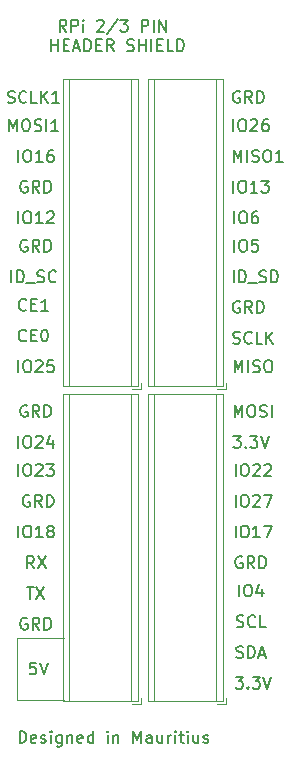
<source format=gbr>
G04 #@! TF.GenerationSoftware,KiCad,Pcbnew,(5.1.6)-1*
G04 #@! TF.CreationDate,2020-11-02T00:41:24+04:00*
G04 #@! TF.ProjectId,RPi3-screw-terminal-shiel,52506933-2d73-4637-9265-772d7465726d,rev?*
G04 #@! TF.SameCoordinates,Original*
G04 #@! TF.FileFunction,Legend,Top*
G04 #@! TF.FilePolarity,Positive*
%FSLAX46Y46*%
G04 Gerber Fmt 4.6, Leading zero omitted, Abs format (unit mm)*
G04 Created by KiCad (PCBNEW (5.1.6)-1) date 2020-11-02 00:41:24*
%MOMM*%
%LPD*%
G01*
G04 APERTURE LIST*
%ADD10C,0.150000*%
%ADD11C,0.120000*%
G04 APERTURE END LIST*
D10*
X95423809Y-97652380D02*
X95423809Y-96652380D01*
X95661904Y-96652380D01*
X95804761Y-96700000D01*
X95900000Y-96795238D01*
X95947619Y-96890476D01*
X95995238Y-97080952D01*
X95995238Y-97223809D01*
X95947619Y-97414285D01*
X95900000Y-97509523D01*
X95804761Y-97604761D01*
X95661904Y-97652380D01*
X95423809Y-97652380D01*
X96804761Y-97604761D02*
X96709523Y-97652380D01*
X96519047Y-97652380D01*
X96423809Y-97604761D01*
X96376190Y-97509523D01*
X96376190Y-97128571D01*
X96423809Y-97033333D01*
X96519047Y-96985714D01*
X96709523Y-96985714D01*
X96804761Y-97033333D01*
X96852380Y-97128571D01*
X96852380Y-97223809D01*
X96376190Y-97319047D01*
X97233333Y-97604761D02*
X97328571Y-97652380D01*
X97519047Y-97652380D01*
X97614285Y-97604761D01*
X97661904Y-97509523D01*
X97661904Y-97461904D01*
X97614285Y-97366666D01*
X97519047Y-97319047D01*
X97376190Y-97319047D01*
X97280952Y-97271428D01*
X97233333Y-97176190D01*
X97233333Y-97128571D01*
X97280952Y-97033333D01*
X97376190Y-96985714D01*
X97519047Y-96985714D01*
X97614285Y-97033333D01*
X98090476Y-97652380D02*
X98090476Y-96985714D01*
X98090476Y-96652380D02*
X98042857Y-96700000D01*
X98090476Y-96747619D01*
X98138095Y-96700000D01*
X98090476Y-96652380D01*
X98090476Y-96747619D01*
X98995238Y-96985714D02*
X98995238Y-97795238D01*
X98947619Y-97890476D01*
X98900000Y-97938095D01*
X98804761Y-97985714D01*
X98661904Y-97985714D01*
X98566666Y-97938095D01*
X98995238Y-97604761D02*
X98900000Y-97652380D01*
X98709523Y-97652380D01*
X98614285Y-97604761D01*
X98566666Y-97557142D01*
X98519047Y-97461904D01*
X98519047Y-97176190D01*
X98566666Y-97080952D01*
X98614285Y-97033333D01*
X98709523Y-96985714D01*
X98900000Y-96985714D01*
X98995238Y-97033333D01*
X99471428Y-96985714D02*
X99471428Y-97652380D01*
X99471428Y-97080952D02*
X99519047Y-97033333D01*
X99614285Y-96985714D01*
X99757142Y-96985714D01*
X99852380Y-97033333D01*
X99900000Y-97128571D01*
X99900000Y-97652380D01*
X100757142Y-97604761D02*
X100661904Y-97652380D01*
X100471428Y-97652380D01*
X100376190Y-97604761D01*
X100328571Y-97509523D01*
X100328571Y-97128571D01*
X100376190Y-97033333D01*
X100471428Y-96985714D01*
X100661904Y-96985714D01*
X100757142Y-97033333D01*
X100804761Y-97128571D01*
X100804761Y-97223809D01*
X100328571Y-97319047D01*
X101661904Y-97652380D02*
X101661904Y-96652380D01*
X101661904Y-97604761D02*
X101566666Y-97652380D01*
X101376190Y-97652380D01*
X101280952Y-97604761D01*
X101233333Y-97557142D01*
X101185714Y-97461904D01*
X101185714Y-97176190D01*
X101233333Y-97080952D01*
X101280952Y-97033333D01*
X101376190Y-96985714D01*
X101566666Y-96985714D01*
X101661904Y-97033333D01*
X102900000Y-97652380D02*
X102900000Y-96985714D01*
X102900000Y-96652380D02*
X102852380Y-96700000D01*
X102900000Y-96747619D01*
X102947619Y-96700000D01*
X102900000Y-96652380D01*
X102900000Y-96747619D01*
X103376190Y-96985714D02*
X103376190Y-97652380D01*
X103376190Y-97080952D02*
X103423809Y-97033333D01*
X103519047Y-96985714D01*
X103661904Y-96985714D01*
X103757142Y-97033333D01*
X103804761Y-97128571D01*
X103804761Y-97652380D01*
X105042857Y-97652380D02*
X105042857Y-96652380D01*
X105376190Y-97366666D01*
X105709523Y-96652380D01*
X105709523Y-97652380D01*
X106614285Y-97652380D02*
X106614285Y-97128571D01*
X106566666Y-97033333D01*
X106471428Y-96985714D01*
X106280952Y-96985714D01*
X106185714Y-97033333D01*
X106614285Y-97604761D02*
X106519047Y-97652380D01*
X106280952Y-97652380D01*
X106185714Y-97604761D01*
X106138095Y-97509523D01*
X106138095Y-97414285D01*
X106185714Y-97319047D01*
X106280952Y-97271428D01*
X106519047Y-97271428D01*
X106614285Y-97223809D01*
X107519047Y-96985714D02*
X107519047Y-97652380D01*
X107090476Y-96985714D02*
X107090476Y-97509523D01*
X107138095Y-97604761D01*
X107233333Y-97652380D01*
X107376190Y-97652380D01*
X107471428Y-97604761D01*
X107519047Y-97557142D01*
X107995238Y-97652380D02*
X107995238Y-96985714D01*
X107995238Y-97176190D02*
X108042857Y-97080952D01*
X108090476Y-97033333D01*
X108185714Y-96985714D01*
X108280952Y-96985714D01*
X108614285Y-97652380D02*
X108614285Y-96985714D01*
X108614285Y-96652380D02*
X108566666Y-96700000D01*
X108614285Y-96747619D01*
X108661904Y-96700000D01*
X108614285Y-96652380D01*
X108614285Y-96747619D01*
X108947619Y-96985714D02*
X109328571Y-96985714D01*
X109090476Y-96652380D02*
X109090476Y-97509523D01*
X109138095Y-97604761D01*
X109233333Y-97652380D01*
X109328571Y-97652380D01*
X109661904Y-97652380D02*
X109661904Y-96985714D01*
X109661904Y-96652380D02*
X109614285Y-96700000D01*
X109661904Y-96747619D01*
X109709523Y-96700000D01*
X109661904Y-96652380D01*
X109661904Y-96747619D01*
X110566666Y-96985714D02*
X110566666Y-97652380D01*
X110138095Y-96985714D02*
X110138095Y-97509523D01*
X110185714Y-97604761D01*
X110280952Y-97652380D01*
X110423809Y-97652380D01*
X110519047Y-97604761D01*
X110566666Y-97557142D01*
X110995238Y-97604761D02*
X111090476Y-97652380D01*
X111280952Y-97652380D01*
X111376190Y-97604761D01*
X111423809Y-97509523D01*
X111423809Y-97461904D01*
X111376190Y-97366666D01*
X111280952Y-97319047D01*
X111138095Y-97319047D01*
X111042857Y-97271428D01*
X110995238Y-97176190D01*
X110995238Y-97128571D01*
X111042857Y-97033333D01*
X111138095Y-96985714D01*
X111280952Y-96985714D01*
X111376190Y-97033333D01*
X95323809Y-80252380D02*
X95323809Y-79252380D01*
X95990476Y-79252380D02*
X96180952Y-79252380D01*
X96276190Y-79300000D01*
X96371428Y-79395238D01*
X96419047Y-79585714D01*
X96419047Y-79919047D01*
X96371428Y-80109523D01*
X96276190Y-80204761D01*
X96180952Y-80252380D01*
X95990476Y-80252380D01*
X95895238Y-80204761D01*
X95800000Y-80109523D01*
X95752380Y-79919047D01*
X95752380Y-79585714D01*
X95800000Y-79395238D01*
X95895238Y-79300000D01*
X95990476Y-79252380D01*
X97371428Y-80252380D02*
X96800000Y-80252380D01*
X97085714Y-80252380D02*
X97085714Y-79252380D01*
X96990476Y-79395238D01*
X96895238Y-79490476D01*
X96800000Y-79538095D01*
X97942857Y-79680952D02*
X97847619Y-79633333D01*
X97800000Y-79585714D01*
X97752380Y-79490476D01*
X97752380Y-79442857D01*
X97800000Y-79347619D01*
X97847619Y-79300000D01*
X97942857Y-79252380D01*
X98133333Y-79252380D01*
X98228571Y-79300000D01*
X98276190Y-79347619D01*
X98323809Y-79442857D01*
X98323809Y-79490476D01*
X98276190Y-79585714D01*
X98228571Y-79633333D01*
X98133333Y-79680952D01*
X97942857Y-79680952D01*
X97847619Y-79728571D01*
X97800000Y-79776190D01*
X97752380Y-79871428D01*
X97752380Y-80061904D01*
X97800000Y-80157142D01*
X97847619Y-80204761D01*
X97942857Y-80252380D01*
X98133333Y-80252380D01*
X98228571Y-80204761D01*
X98276190Y-80157142D01*
X98323809Y-80061904D01*
X98323809Y-79871428D01*
X98276190Y-79776190D01*
X98228571Y-79728571D01*
X98133333Y-79680952D01*
X95323809Y-53652380D02*
X95323809Y-52652380D01*
X95990476Y-52652380D02*
X96180952Y-52652380D01*
X96276190Y-52700000D01*
X96371428Y-52795238D01*
X96419047Y-52985714D01*
X96419047Y-53319047D01*
X96371428Y-53509523D01*
X96276190Y-53604761D01*
X96180952Y-53652380D01*
X95990476Y-53652380D01*
X95895238Y-53604761D01*
X95800000Y-53509523D01*
X95752380Y-53319047D01*
X95752380Y-52985714D01*
X95800000Y-52795238D01*
X95895238Y-52700000D01*
X95990476Y-52652380D01*
X97371428Y-53652380D02*
X96800000Y-53652380D01*
X97085714Y-53652380D02*
X97085714Y-52652380D01*
X96990476Y-52795238D01*
X96895238Y-52890476D01*
X96800000Y-52938095D01*
X97752380Y-52747619D02*
X97800000Y-52700000D01*
X97895238Y-52652380D01*
X98133333Y-52652380D01*
X98228571Y-52700000D01*
X98276190Y-52747619D01*
X98323809Y-52842857D01*
X98323809Y-52938095D01*
X98276190Y-53080952D01*
X97704761Y-53652380D01*
X98323809Y-53652380D01*
X94742857Y-58652380D02*
X94742857Y-57652380D01*
X95219047Y-58652380D02*
X95219047Y-57652380D01*
X95457142Y-57652380D01*
X95600000Y-57700000D01*
X95695238Y-57795238D01*
X95742857Y-57890476D01*
X95790476Y-58080952D01*
X95790476Y-58223809D01*
X95742857Y-58414285D01*
X95695238Y-58509523D01*
X95600000Y-58604761D01*
X95457142Y-58652380D01*
X95219047Y-58652380D01*
X95980952Y-58747619D02*
X96742857Y-58747619D01*
X96933333Y-58604761D02*
X97076190Y-58652380D01*
X97314285Y-58652380D01*
X97409523Y-58604761D01*
X97457142Y-58557142D01*
X97504761Y-58461904D01*
X97504761Y-58366666D01*
X97457142Y-58271428D01*
X97409523Y-58223809D01*
X97314285Y-58176190D01*
X97123809Y-58128571D01*
X97028571Y-58080952D01*
X96980952Y-58033333D01*
X96933333Y-57938095D01*
X96933333Y-57842857D01*
X96980952Y-57747619D01*
X97028571Y-57700000D01*
X97123809Y-57652380D01*
X97361904Y-57652380D01*
X97504761Y-57700000D01*
X98504761Y-58557142D02*
X98457142Y-58604761D01*
X98314285Y-58652380D01*
X98219047Y-58652380D01*
X98076190Y-58604761D01*
X97980952Y-58509523D01*
X97933333Y-58414285D01*
X97885714Y-58223809D01*
X97885714Y-58080952D01*
X97933333Y-57890476D01*
X97980952Y-57795238D01*
X98076190Y-57700000D01*
X98219047Y-57652380D01*
X98314285Y-57652380D01*
X98457142Y-57700000D01*
X98504761Y-57747619D01*
X113600000Y-56052380D02*
X113600000Y-55052380D01*
X114266666Y-55052380D02*
X114457142Y-55052380D01*
X114552380Y-55100000D01*
X114647619Y-55195238D01*
X114695238Y-55385714D01*
X114695238Y-55719047D01*
X114647619Y-55909523D01*
X114552380Y-56004761D01*
X114457142Y-56052380D01*
X114266666Y-56052380D01*
X114171428Y-56004761D01*
X114076190Y-55909523D01*
X114028571Y-55719047D01*
X114028571Y-55385714D01*
X114076190Y-55195238D01*
X114171428Y-55100000D01*
X114266666Y-55052380D01*
X115600000Y-55052380D02*
X115123809Y-55052380D01*
X115076190Y-55528571D01*
X115123809Y-55480952D01*
X115219047Y-55433333D01*
X115457142Y-55433333D01*
X115552380Y-55480952D01*
X115600000Y-55528571D01*
X115647619Y-55623809D01*
X115647619Y-55861904D01*
X115600000Y-55957142D01*
X115552380Y-56004761D01*
X115457142Y-56052380D01*
X115219047Y-56052380D01*
X115123809Y-56004761D01*
X115076190Y-55957142D01*
X113542857Y-58652380D02*
X113542857Y-57652380D01*
X114019047Y-58652380D02*
X114019047Y-57652380D01*
X114257142Y-57652380D01*
X114400000Y-57700000D01*
X114495238Y-57795238D01*
X114542857Y-57890476D01*
X114590476Y-58080952D01*
X114590476Y-58223809D01*
X114542857Y-58414285D01*
X114495238Y-58509523D01*
X114400000Y-58604761D01*
X114257142Y-58652380D01*
X114019047Y-58652380D01*
X114780952Y-58747619D02*
X115542857Y-58747619D01*
X115733333Y-58604761D02*
X115876190Y-58652380D01*
X116114285Y-58652380D01*
X116209523Y-58604761D01*
X116257142Y-58557142D01*
X116304761Y-58461904D01*
X116304761Y-58366666D01*
X116257142Y-58271428D01*
X116209523Y-58223809D01*
X116114285Y-58176190D01*
X115923809Y-58128571D01*
X115828571Y-58080952D01*
X115780952Y-58033333D01*
X115733333Y-57938095D01*
X115733333Y-57842857D01*
X115780952Y-57747619D01*
X115828571Y-57700000D01*
X115923809Y-57652380D01*
X116161904Y-57652380D01*
X116304761Y-57700000D01*
X116733333Y-58652380D02*
X116733333Y-57652380D01*
X116971428Y-57652380D01*
X117114285Y-57700000D01*
X117209523Y-57795238D01*
X117257142Y-57890476D01*
X117304761Y-58080952D01*
X117304761Y-58223809D01*
X117257142Y-58414285D01*
X117209523Y-58509523D01*
X117114285Y-58604761D01*
X116971428Y-58652380D01*
X116733333Y-58652380D01*
X113600000Y-53652380D02*
X113600000Y-52652380D01*
X114266666Y-52652380D02*
X114457142Y-52652380D01*
X114552380Y-52700000D01*
X114647619Y-52795238D01*
X114695238Y-52985714D01*
X114695238Y-53319047D01*
X114647619Y-53509523D01*
X114552380Y-53604761D01*
X114457142Y-53652380D01*
X114266666Y-53652380D01*
X114171428Y-53604761D01*
X114076190Y-53509523D01*
X114028571Y-53319047D01*
X114028571Y-52985714D01*
X114076190Y-52795238D01*
X114171428Y-52700000D01*
X114266666Y-52652380D01*
X115552380Y-52652380D02*
X115361904Y-52652380D01*
X115266666Y-52700000D01*
X115219047Y-52747619D01*
X115123809Y-52890476D01*
X115076190Y-53080952D01*
X115076190Y-53461904D01*
X115123809Y-53557142D01*
X115171428Y-53604761D01*
X115266666Y-53652380D01*
X115457142Y-53652380D01*
X115552380Y-53604761D01*
X115600000Y-53557142D01*
X115647619Y-53461904D01*
X115647619Y-53223809D01*
X115600000Y-53128571D01*
X115552380Y-53080952D01*
X115457142Y-53033333D01*
X115266666Y-53033333D01*
X115171428Y-53080952D01*
X115123809Y-53128571D01*
X115076190Y-53223809D01*
X113523809Y-51052380D02*
X113523809Y-50052380D01*
X114190476Y-50052380D02*
X114380952Y-50052380D01*
X114476190Y-50100000D01*
X114571428Y-50195238D01*
X114619047Y-50385714D01*
X114619047Y-50719047D01*
X114571428Y-50909523D01*
X114476190Y-51004761D01*
X114380952Y-51052380D01*
X114190476Y-51052380D01*
X114095238Y-51004761D01*
X114000000Y-50909523D01*
X113952380Y-50719047D01*
X113952380Y-50385714D01*
X114000000Y-50195238D01*
X114095238Y-50100000D01*
X114190476Y-50052380D01*
X115571428Y-51052380D02*
X115000000Y-51052380D01*
X115285714Y-51052380D02*
X115285714Y-50052380D01*
X115190476Y-50195238D01*
X115095238Y-50290476D01*
X115000000Y-50338095D01*
X115904761Y-50052380D02*
X116523809Y-50052380D01*
X116190476Y-50433333D01*
X116333333Y-50433333D01*
X116428571Y-50480952D01*
X116476190Y-50528571D01*
X116523809Y-50623809D01*
X116523809Y-50861904D01*
X116476190Y-50957142D01*
X116428571Y-51004761D01*
X116333333Y-51052380D01*
X116047619Y-51052380D01*
X115952380Y-51004761D01*
X115904761Y-50957142D01*
X113552380Y-48452380D02*
X113552380Y-47452380D01*
X113885714Y-48166666D01*
X114219047Y-47452380D01*
X114219047Y-48452380D01*
X114695238Y-48452380D02*
X114695238Y-47452380D01*
X115123809Y-48404761D02*
X115266666Y-48452380D01*
X115504761Y-48452380D01*
X115600000Y-48404761D01*
X115647619Y-48357142D01*
X115695238Y-48261904D01*
X115695238Y-48166666D01*
X115647619Y-48071428D01*
X115600000Y-48023809D01*
X115504761Y-47976190D01*
X115314285Y-47928571D01*
X115219047Y-47880952D01*
X115171428Y-47833333D01*
X115123809Y-47738095D01*
X115123809Y-47642857D01*
X115171428Y-47547619D01*
X115219047Y-47500000D01*
X115314285Y-47452380D01*
X115552380Y-47452380D01*
X115695238Y-47500000D01*
X116314285Y-47452380D02*
X116504761Y-47452380D01*
X116600000Y-47500000D01*
X116695238Y-47595238D01*
X116742857Y-47785714D01*
X116742857Y-48119047D01*
X116695238Y-48309523D01*
X116600000Y-48404761D01*
X116504761Y-48452380D01*
X116314285Y-48452380D01*
X116219047Y-48404761D01*
X116123809Y-48309523D01*
X116076190Y-48119047D01*
X116076190Y-47785714D01*
X116123809Y-47595238D01*
X116219047Y-47500000D01*
X116314285Y-47452380D01*
X117695238Y-48452380D02*
X117123809Y-48452380D01*
X117409523Y-48452380D02*
X117409523Y-47452380D01*
X117314285Y-47595238D01*
X117219047Y-47690476D01*
X117123809Y-47738095D01*
X94552380Y-45852380D02*
X94552380Y-44852380D01*
X94885714Y-45566666D01*
X95219047Y-44852380D01*
X95219047Y-45852380D01*
X95885714Y-44852380D02*
X96076190Y-44852380D01*
X96171428Y-44900000D01*
X96266666Y-44995238D01*
X96314285Y-45185714D01*
X96314285Y-45519047D01*
X96266666Y-45709523D01*
X96171428Y-45804761D01*
X96076190Y-45852380D01*
X95885714Y-45852380D01*
X95790476Y-45804761D01*
X95695238Y-45709523D01*
X95647619Y-45519047D01*
X95647619Y-45185714D01*
X95695238Y-44995238D01*
X95790476Y-44900000D01*
X95885714Y-44852380D01*
X96695238Y-45804761D02*
X96838095Y-45852380D01*
X97076190Y-45852380D01*
X97171428Y-45804761D01*
X97219047Y-45757142D01*
X97266666Y-45661904D01*
X97266666Y-45566666D01*
X97219047Y-45471428D01*
X97171428Y-45423809D01*
X97076190Y-45376190D01*
X96885714Y-45328571D01*
X96790476Y-45280952D01*
X96742857Y-45233333D01*
X96695238Y-45138095D01*
X96695238Y-45042857D01*
X96742857Y-44947619D01*
X96790476Y-44900000D01*
X96885714Y-44852380D01*
X97123809Y-44852380D01*
X97266666Y-44900000D01*
X97695238Y-45852380D02*
X97695238Y-44852380D01*
X98695238Y-45852380D02*
X98123809Y-45852380D01*
X98409523Y-45852380D02*
X98409523Y-44852380D01*
X98314285Y-44995238D01*
X98219047Y-45090476D01*
X98123809Y-45138095D01*
X94433333Y-43404761D02*
X94576190Y-43452380D01*
X94814285Y-43452380D01*
X94909523Y-43404761D01*
X94957142Y-43357142D01*
X95004761Y-43261904D01*
X95004761Y-43166666D01*
X94957142Y-43071428D01*
X94909523Y-43023809D01*
X94814285Y-42976190D01*
X94623809Y-42928571D01*
X94528571Y-42880952D01*
X94480952Y-42833333D01*
X94433333Y-42738095D01*
X94433333Y-42642857D01*
X94480952Y-42547619D01*
X94528571Y-42500000D01*
X94623809Y-42452380D01*
X94861904Y-42452380D01*
X95004761Y-42500000D01*
X96004761Y-43357142D02*
X95957142Y-43404761D01*
X95814285Y-43452380D01*
X95719047Y-43452380D01*
X95576190Y-43404761D01*
X95480952Y-43309523D01*
X95433333Y-43214285D01*
X95385714Y-43023809D01*
X95385714Y-42880952D01*
X95433333Y-42690476D01*
X95480952Y-42595238D01*
X95576190Y-42500000D01*
X95719047Y-42452380D01*
X95814285Y-42452380D01*
X95957142Y-42500000D01*
X96004761Y-42547619D01*
X96909523Y-43452380D02*
X96433333Y-43452380D01*
X96433333Y-42452380D01*
X97242857Y-43452380D02*
X97242857Y-42452380D01*
X97814285Y-43452380D02*
X97385714Y-42880952D01*
X97814285Y-42452380D02*
X97242857Y-43023809D01*
X98766666Y-43452380D02*
X98195238Y-43452380D01*
X98480952Y-43452380D02*
X98480952Y-42452380D01*
X98385714Y-42595238D01*
X98290476Y-42690476D01*
X98195238Y-42738095D01*
X95980952Y-60957142D02*
X95933333Y-61004761D01*
X95790476Y-61052380D01*
X95695238Y-61052380D01*
X95552380Y-61004761D01*
X95457142Y-60909523D01*
X95409523Y-60814285D01*
X95361904Y-60623809D01*
X95361904Y-60480952D01*
X95409523Y-60290476D01*
X95457142Y-60195238D01*
X95552380Y-60100000D01*
X95695238Y-60052380D01*
X95790476Y-60052380D01*
X95933333Y-60100000D01*
X95980952Y-60147619D01*
X96409523Y-60528571D02*
X96742857Y-60528571D01*
X96885714Y-61052380D02*
X96409523Y-61052380D01*
X96409523Y-60052380D01*
X96885714Y-60052380D01*
X97838095Y-61052380D02*
X97266666Y-61052380D01*
X97552380Y-61052380D02*
X97552380Y-60052380D01*
X97457142Y-60195238D01*
X97361904Y-60290476D01*
X97266666Y-60338095D01*
X95980952Y-63557142D02*
X95933333Y-63604761D01*
X95790476Y-63652380D01*
X95695238Y-63652380D01*
X95552380Y-63604761D01*
X95457142Y-63509523D01*
X95409523Y-63414285D01*
X95361904Y-63223809D01*
X95361904Y-63080952D01*
X95409523Y-62890476D01*
X95457142Y-62795238D01*
X95552380Y-62700000D01*
X95695238Y-62652380D01*
X95790476Y-62652380D01*
X95933333Y-62700000D01*
X95980952Y-62747619D01*
X96409523Y-63128571D02*
X96742857Y-63128571D01*
X96885714Y-63652380D02*
X96409523Y-63652380D01*
X96409523Y-62652380D01*
X96885714Y-62652380D01*
X97504761Y-62652380D02*
X97600000Y-62652380D01*
X97695238Y-62700000D01*
X97742857Y-62747619D01*
X97790476Y-62842857D01*
X97838095Y-63033333D01*
X97838095Y-63271428D01*
X97790476Y-63461904D01*
X97742857Y-63557142D01*
X97695238Y-63604761D01*
X97600000Y-63652380D01*
X97504761Y-63652380D01*
X97409523Y-63604761D01*
X97361904Y-63557142D01*
X97314285Y-63461904D01*
X97266666Y-63271428D01*
X97266666Y-63033333D01*
X97314285Y-62842857D01*
X97361904Y-62747619D01*
X97409523Y-62700000D01*
X97504761Y-62652380D01*
X96061904Y-50100000D02*
X95966666Y-50052380D01*
X95823809Y-50052380D01*
X95680952Y-50100000D01*
X95585714Y-50195238D01*
X95538095Y-50290476D01*
X95490476Y-50480952D01*
X95490476Y-50623809D01*
X95538095Y-50814285D01*
X95585714Y-50909523D01*
X95680952Y-51004761D01*
X95823809Y-51052380D01*
X95919047Y-51052380D01*
X96061904Y-51004761D01*
X96109523Y-50957142D01*
X96109523Y-50623809D01*
X95919047Y-50623809D01*
X97109523Y-51052380D02*
X96776190Y-50576190D01*
X96538095Y-51052380D02*
X96538095Y-50052380D01*
X96919047Y-50052380D01*
X97014285Y-50100000D01*
X97061904Y-50147619D01*
X97109523Y-50242857D01*
X97109523Y-50385714D01*
X97061904Y-50480952D01*
X97014285Y-50528571D01*
X96919047Y-50576190D01*
X96538095Y-50576190D01*
X97538095Y-51052380D02*
X97538095Y-50052380D01*
X97776190Y-50052380D01*
X97919047Y-50100000D01*
X98014285Y-50195238D01*
X98061904Y-50290476D01*
X98109523Y-50480952D01*
X98109523Y-50623809D01*
X98061904Y-50814285D01*
X98014285Y-50909523D01*
X97919047Y-51004761D01*
X97776190Y-51052380D01*
X97538095Y-51052380D01*
X95323809Y-48452380D02*
X95323809Y-47452380D01*
X95990476Y-47452380D02*
X96180952Y-47452380D01*
X96276190Y-47500000D01*
X96371428Y-47595238D01*
X96419047Y-47785714D01*
X96419047Y-48119047D01*
X96371428Y-48309523D01*
X96276190Y-48404761D01*
X96180952Y-48452380D01*
X95990476Y-48452380D01*
X95895238Y-48404761D01*
X95800000Y-48309523D01*
X95752380Y-48119047D01*
X95752380Y-47785714D01*
X95800000Y-47595238D01*
X95895238Y-47500000D01*
X95990476Y-47452380D01*
X97371428Y-48452380D02*
X96800000Y-48452380D01*
X97085714Y-48452380D02*
X97085714Y-47452380D01*
X96990476Y-47595238D01*
X96895238Y-47690476D01*
X96800000Y-47738095D01*
X98228571Y-47452380D02*
X98038095Y-47452380D01*
X97942857Y-47500000D01*
X97895238Y-47547619D01*
X97800000Y-47690476D01*
X97752380Y-47880952D01*
X97752380Y-48261904D01*
X97800000Y-48357142D01*
X97847619Y-48404761D01*
X97942857Y-48452380D01*
X98133333Y-48452380D01*
X98228571Y-48404761D01*
X98276190Y-48357142D01*
X98323809Y-48261904D01*
X98323809Y-48023809D01*
X98276190Y-47928571D01*
X98228571Y-47880952D01*
X98133333Y-47833333D01*
X97942857Y-47833333D01*
X97847619Y-47880952D01*
X97800000Y-47928571D01*
X97752380Y-48023809D01*
X113523809Y-45852380D02*
X113523809Y-44852380D01*
X114190476Y-44852380D02*
X114380952Y-44852380D01*
X114476190Y-44900000D01*
X114571428Y-44995238D01*
X114619047Y-45185714D01*
X114619047Y-45519047D01*
X114571428Y-45709523D01*
X114476190Y-45804761D01*
X114380952Y-45852380D01*
X114190476Y-45852380D01*
X114095238Y-45804761D01*
X114000000Y-45709523D01*
X113952380Y-45519047D01*
X113952380Y-45185714D01*
X114000000Y-44995238D01*
X114095238Y-44900000D01*
X114190476Y-44852380D01*
X115000000Y-44947619D02*
X115047619Y-44900000D01*
X115142857Y-44852380D01*
X115380952Y-44852380D01*
X115476190Y-44900000D01*
X115523809Y-44947619D01*
X115571428Y-45042857D01*
X115571428Y-45138095D01*
X115523809Y-45280952D01*
X114952380Y-45852380D01*
X115571428Y-45852380D01*
X116428571Y-44852380D02*
X116238095Y-44852380D01*
X116142857Y-44900000D01*
X116095238Y-44947619D01*
X116000000Y-45090476D01*
X115952380Y-45280952D01*
X115952380Y-45661904D01*
X116000000Y-45757142D01*
X116047619Y-45804761D01*
X116142857Y-45852380D01*
X116333333Y-45852380D01*
X116428571Y-45804761D01*
X116476190Y-45757142D01*
X116523809Y-45661904D01*
X116523809Y-45423809D01*
X116476190Y-45328571D01*
X116428571Y-45280952D01*
X116333333Y-45233333D01*
X116142857Y-45233333D01*
X116047619Y-45280952D01*
X116000000Y-45328571D01*
X115952380Y-45423809D01*
X114061904Y-42500000D02*
X113966666Y-42452380D01*
X113823809Y-42452380D01*
X113680952Y-42500000D01*
X113585714Y-42595238D01*
X113538095Y-42690476D01*
X113490476Y-42880952D01*
X113490476Y-43023809D01*
X113538095Y-43214285D01*
X113585714Y-43309523D01*
X113680952Y-43404761D01*
X113823809Y-43452380D01*
X113919047Y-43452380D01*
X114061904Y-43404761D01*
X114109523Y-43357142D01*
X114109523Y-43023809D01*
X113919047Y-43023809D01*
X115109523Y-43452380D02*
X114776190Y-42976190D01*
X114538095Y-43452380D02*
X114538095Y-42452380D01*
X114919047Y-42452380D01*
X115014285Y-42500000D01*
X115061904Y-42547619D01*
X115109523Y-42642857D01*
X115109523Y-42785714D01*
X115061904Y-42880952D01*
X115014285Y-42928571D01*
X114919047Y-42976190D01*
X114538095Y-42976190D01*
X115538095Y-43452380D02*
X115538095Y-42452380D01*
X115776190Y-42452380D01*
X115919047Y-42500000D01*
X116014285Y-42595238D01*
X116061904Y-42690476D01*
X116109523Y-42880952D01*
X116109523Y-43023809D01*
X116061904Y-43214285D01*
X116014285Y-43309523D01*
X115919047Y-43404761D01*
X115776190Y-43452380D01*
X115538095Y-43452380D01*
X96061904Y-55100000D02*
X95966666Y-55052380D01*
X95823809Y-55052380D01*
X95680952Y-55100000D01*
X95585714Y-55195238D01*
X95538095Y-55290476D01*
X95490476Y-55480952D01*
X95490476Y-55623809D01*
X95538095Y-55814285D01*
X95585714Y-55909523D01*
X95680952Y-56004761D01*
X95823809Y-56052380D01*
X95919047Y-56052380D01*
X96061904Y-56004761D01*
X96109523Y-55957142D01*
X96109523Y-55623809D01*
X95919047Y-55623809D01*
X97109523Y-56052380D02*
X96776190Y-55576190D01*
X96538095Y-56052380D02*
X96538095Y-55052380D01*
X96919047Y-55052380D01*
X97014285Y-55100000D01*
X97061904Y-55147619D01*
X97109523Y-55242857D01*
X97109523Y-55385714D01*
X97061904Y-55480952D01*
X97014285Y-55528571D01*
X96919047Y-55576190D01*
X96538095Y-55576190D01*
X97538095Y-56052380D02*
X97538095Y-55052380D01*
X97776190Y-55052380D01*
X97919047Y-55100000D01*
X98014285Y-55195238D01*
X98061904Y-55290476D01*
X98109523Y-55480952D01*
X98109523Y-55623809D01*
X98061904Y-55814285D01*
X98014285Y-55909523D01*
X97919047Y-56004761D01*
X97776190Y-56052380D01*
X97538095Y-56052380D01*
X95323809Y-66252380D02*
X95323809Y-65252380D01*
X95990476Y-65252380D02*
X96180952Y-65252380D01*
X96276190Y-65300000D01*
X96371428Y-65395238D01*
X96419047Y-65585714D01*
X96419047Y-65919047D01*
X96371428Y-66109523D01*
X96276190Y-66204761D01*
X96180952Y-66252380D01*
X95990476Y-66252380D01*
X95895238Y-66204761D01*
X95800000Y-66109523D01*
X95752380Y-65919047D01*
X95752380Y-65585714D01*
X95800000Y-65395238D01*
X95895238Y-65300000D01*
X95990476Y-65252380D01*
X96800000Y-65347619D02*
X96847619Y-65300000D01*
X96942857Y-65252380D01*
X97180952Y-65252380D01*
X97276190Y-65300000D01*
X97323809Y-65347619D01*
X97371428Y-65442857D01*
X97371428Y-65538095D01*
X97323809Y-65680952D01*
X96752380Y-66252380D01*
X97371428Y-66252380D01*
X98276190Y-65252380D02*
X97800000Y-65252380D01*
X97752380Y-65728571D01*
X97800000Y-65680952D01*
X97895238Y-65633333D01*
X98133333Y-65633333D01*
X98228571Y-65680952D01*
X98276190Y-65728571D01*
X98323809Y-65823809D01*
X98323809Y-66061904D01*
X98276190Y-66157142D01*
X98228571Y-66204761D01*
X98133333Y-66252380D01*
X97895238Y-66252380D01*
X97800000Y-66204761D01*
X97752380Y-66157142D01*
X96061904Y-69100000D02*
X95966666Y-69052380D01*
X95823809Y-69052380D01*
X95680952Y-69100000D01*
X95585714Y-69195238D01*
X95538095Y-69290476D01*
X95490476Y-69480952D01*
X95490476Y-69623809D01*
X95538095Y-69814285D01*
X95585714Y-69909523D01*
X95680952Y-70004761D01*
X95823809Y-70052380D01*
X95919047Y-70052380D01*
X96061904Y-70004761D01*
X96109523Y-69957142D01*
X96109523Y-69623809D01*
X95919047Y-69623809D01*
X97109523Y-70052380D02*
X96776190Y-69576190D01*
X96538095Y-70052380D02*
X96538095Y-69052380D01*
X96919047Y-69052380D01*
X97014285Y-69100000D01*
X97061904Y-69147619D01*
X97109523Y-69242857D01*
X97109523Y-69385714D01*
X97061904Y-69480952D01*
X97014285Y-69528571D01*
X96919047Y-69576190D01*
X96538095Y-69576190D01*
X97538095Y-70052380D02*
X97538095Y-69052380D01*
X97776190Y-69052380D01*
X97919047Y-69100000D01*
X98014285Y-69195238D01*
X98061904Y-69290476D01*
X98109523Y-69480952D01*
X98109523Y-69623809D01*
X98061904Y-69814285D01*
X98014285Y-69909523D01*
X97919047Y-70004761D01*
X97776190Y-70052380D01*
X97538095Y-70052380D01*
X95323809Y-72652380D02*
X95323809Y-71652380D01*
X95990476Y-71652380D02*
X96180952Y-71652380D01*
X96276190Y-71700000D01*
X96371428Y-71795238D01*
X96419047Y-71985714D01*
X96419047Y-72319047D01*
X96371428Y-72509523D01*
X96276190Y-72604761D01*
X96180952Y-72652380D01*
X95990476Y-72652380D01*
X95895238Y-72604761D01*
X95800000Y-72509523D01*
X95752380Y-72319047D01*
X95752380Y-71985714D01*
X95800000Y-71795238D01*
X95895238Y-71700000D01*
X95990476Y-71652380D01*
X96800000Y-71747619D02*
X96847619Y-71700000D01*
X96942857Y-71652380D01*
X97180952Y-71652380D01*
X97276190Y-71700000D01*
X97323809Y-71747619D01*
X97371428Y-71842857D01*
X97371428Y-71938095D01*
X97323809Y-72080952D01*
X96752380Y-72652380D01*
X97371428Y-72652380D01*
X98228571Y-71985714D02*
X98228571Y-72652380D01*
X97990476Y-71604761D02*
X97752380Y-72319047D01*
X98371428Y-72319047D01*
X95323809Y-75052380D02*
X95323809Y-74052380D01*
X95990476Y-74052380D02*
X96180952Y-74052380D01*
X96276190Y-74100000D01*
X96371428Y-74195238D01*
X96419047Y-74385714D01*
X96419047Y-74719047D01*
X96371428Y-74909523D01*
X96276190Y-75004761D01*
X96180952Y-75052380D01*
X95990476Y-75052380D01*
X95895238Y-75004761D01*
X95800000Y-74909523D01*
X95752380Y-74719047D01*
X95752380Y-74385714D01*
X95800000Y-74195238D01*
X95895238Y-74100000D01*
X95990476Y-74052380D01*
X96800000Y-74147619D02*
X96847619Y-74100000D01*
X96942857Y-74052380D01*
X97180952Y-74052380D01*
X97276190Y-74100000D01*
X97323809Y-74147619D01*
X97371428Y-74242857D01*
X97371428Y-74338095D01*
X97323809Y-74480952D01*
X96752380Y-75052380D01*
X97371428Y-75052380D01*
X97704761Y-74052380D02*
X98323809Y-74052380D01*
X97990476Y-74433333D01*
X98133333Y-74433333D01*
X98228571Y-74480952D01*
X98276190Y-74528571D01*
X98323809Y-74623809D01*
X98323809Y-74861904D01*
X98276190Y-74957142D01*
X98228571Y-75004761D01*
X98133333Y-75052380D01*
X97847619Y-75052380D01*
X97752380Y-75004761D01*
X97704761Y-74957142D01*
X96261904Y-76700000D02*
X96166666Y-76652380D01*
X96023809Y-76652380D01*
X95880952Y-76700000D01*
X95785714Y-76795238D01*
X95738095Y-76890476D01*
X95690476Y-77080952D01*
X95690476Y-77223809D01*
X95738095Y-77414285D01*
X95785714Y-77509523D01*
X95880952Y-77604761D01*
X96023809Y-77652380D01*
X96119047Y-77652380D01*
X96261904Y-77604761D01*
X96309523Y-77557142D01*
X96309523Y-77223809D01*
X96119047Y-77223809D01*
X97309523Y-77652380D02*
X96976190Y-77176190D01*
X96738095Y-77652380D02*
X96738095Y-76652380D01*
X97119047Y-76652380D01*
X97214285Y-76700000D01*
X97261904Y-76747619D01*
X97309523Y-76842857D01*
X97309523Y-76985714D01*
X97261904Y-77080952D01*
X97214285Y-77128571D01*
X97119047Y-77176190D01*
X96738095Y-77176190D01*
X97738095Y-77652380D02*
X97738095Y-76652380D01*
X97976190Y-76652380D01*
X98119047Y-76700000D01*
X98214285Y-76795238D01*
X98261904Y-76890476D01*
X98309523Y-77080952D01*
X98309523Y-77223809D01*
X98261904Y-77414285D01*
X98214285Y-77509523D01*
X98119047Y-77604761D01*
X97976190Y-77652380D01*
X97738095Y-77652380D01*
X96633333Y-82852380D02*
X96300000Y-82376190D01*
X96061904Y-82852380D02*
X96061904Y-81852380D01*
X96442857Y-81852380D01*
X96538095Y-81900000D01*
X96585714Y-81947619D01*
X96633333Y-82042857D01*
X96633333Y-82185714D01*
X96585714Y-82280952D01*
X96538095Y-82328571D01*
X96442857Y-82376190D01*
X96061904Y-82376190D01*
X96966666Y-81852380D02*
X97633333Y-82852380D01*
X97633333Y-81852380D02*
X96966666Y-82852380D01*
X96038095Y-84452380D02*
X96609523Y-84452380D01*
X96323809Y-85452380D02*
X96323809Y-84452380D01*
X96847619Y-84452380D02*
X97514285Y-85452380D01*
X97514285Y-84452380D02*
X96847619Y-85452380D01*
X114061904Y-60300000D02*
X113966666Y-60252380D01*
X113823809Y-60252380D01*
X113680952Y-60300000D01*
X113585714Y-60395238D01*
X113538095Y-60490476D01*
X113490476Y-60680952D01*
X113490476Y-60823809D01*
X113538095Y-61014285D01*
X113585714Y-61109523D01*
X113680952Y-61204761D01*
X113823809Y-61252380D01*
X113919047Y-61252380D01*
X114061904Y-61204761D01*
X114109523Y-61157142D01*
X114109523Y-60823809D01*
X113919047Y-60823809D01*
X115109523Y-61252380D02*
X114776190Y-60776190D01*
X114538095Y-61252380D02*
X114538095Y-60252380D01*
X114919047Y-60252380D01*
X115014285Y-60300000D01*
X115061904Y-60347619D01*
X115109523Y-60442857D01*
X115109523Y-60585714D01*
X115061904Y-60680952D01*
X115014285Y-60728571D01*
X114919047Y-60776190D01*
X114538095Y-60776190D01*
X115538095Y-61252380D02*
X115538095Y-60252380D01*
X115776190Y-60252380D01*
X115919047Y-60300000D01*
X116014285Y-60395238D01*
X116061904Y-60490476D01*
X116109523Y-60680952D01*
X116109523Y-60823809D01*
X116061904Y-61014285D01*
X116014285Y-61109523D01*
X115919047Y-61204761D01*
X115776190Y-61252380D01*
X115538095Y-61252380D01*
X113509523Y-63804761D02*
X113652380Y-63852380D01*
X113890476Y-63852380D01*
X113985714Y-63804761D01*
X114033333Y-63757142D01*
X114080952Y-63661904D01*
X114080952Y-63566666D01*
X114033333Y-63471428D01*
X113985714Y-63423809D01*
X113890476Y-63376190D01*
X113700000Y-63328571D01*
X113604761Y-63280952D01*
X113557142Y-63233333D01*
X113509523Y-63138095D01*
X113509523Y-63042857D01*
X113557142Y-62947619D01*
X113604761Y-62900000D01*
X113700000Y-62852380D01*
X113938095Y-62852380D01*
X114080952Y-62900000D01*
X115080952Y-63757142D02*
X115033333Y-63804761D01*
X114890476Y-63852380D01*
X114795238Y-63852380D01*
X114652380Y-63804761D01*
X114557142Y-63709523D01*
X114509523Y-63614285D01*
X114461904Y-63423809D01*
X114461904Y-63280952D01*
X114509523Y-63090476D01*
X114557142Y-62995238D01*
X114652380Y-62900000D01*
X114795238Y-62852380D01*
X114890476Y-62852380D01*
X115033333Y-62900000D01*
X115080952Y-62947619D01*
X115985714Y-63852380D02*
X115509523Y-63852380D01*
X115509523Y-62852380D01*
X116319047Y-63852380D02*
X116319047Y-62852380D01*
X116890476Y-63852380D02*
X116461904Y-63280952D01*
X116890476Y-62852380D02*
X116319047Y-63423809D01*
X113628571Y-66252380D02*
X113628571Y-65252380D01*
X113961904Y-65966666D01*
X114295238Y-65252380D01*
X114295238Y-66252380D01*
X114771428Y-66252380D02*
X114771428Y-65252380D01*
X115200000Y-66204761D02*
X115342857Y-66252380D01*
X115580952Y-66252380D01*
X115676190Y-66204761D01*
X115723809Y-66157142D01*
X115771428Y-66061904D01*
X115771428Y-65966666D01*
X115723809Y-65871428D01*
X115676190Y-65823809D01*
X115580952Y-65776190D01*
X115390476Y-65728571D01*
X115295238Y-65680952D01*
X115247619Y-65633333D01*
X115200000Y-65538095D01*
X115200000Y-65442857D01*
X115247619Y-65347619D01*
X115295238Y-65300000D01*
X115390476Y-65252380D01*
X115628571Y-65252380D01*
X115771428Y-65300000D01*
X116390476Y-65252380D02*
X116580952Y-65252380D01*
X116676190Y-65300000D01*
X116771428Y-65395238D01*
X116819047Y-65585714D01*
X116819047Y-65919047D01*
X116771428Y-66109523D01*
X116676190Y-66204761D01*
X116580952Y-66252380D01*
X116390476Y-66252380D01*
X116295238Y-66204761D01*
X116200000Y-66109523D01*
X116152380Y-65919047D01*
X116152380Y-65585714D01*
X116200000Y-65395238D01*
X116295238Y-65300000D01*
X116390476Y-65252380D01*
X113628571Y-70052380D02*
X113628571Y-69052380D01*
X113961904Y-69766666D01*
X114295238Y-69052380D01*
X114295238Y-70052380D01*
X114961904Y-69052380D02*
X115152380Y-69052380D01*
X115247619Y-69100000D01*
X115342857Y-69195238D01*
X115390476Y-69385714D01*
X115390476Y-69719047D01*
X115342857Y-69909523D01*
X115247619Y-70004761D01*
X115152380Y-70052380D01*
X114961904Y-70052380D01*
X114866666Y-70004761D01*
X114771428Y-69909523D01*
X114723809Y-69719047D01*
X114723809Y-69385714D01*
X114771428Y-69195238D01*
X114866666Y-69100000D01*
X114961904Y-69052380D01*
X115771428Y-70004761D02*
X115914285Y-70052380D01*
X116152380Y-70052380D01*
X116247619Y-70004761D01*
X116295238Y-69957142D01*
X116342857Y-69861904D01*
X116342857Y-69766666D01*
X116295238Y-69671428D01*
X116247619Y-69623809D01*
X116152380Y-69576190D01*
X115961904Y-69528571D01*
X115866666Y-69480952D01*
X115819047Y-69433333D01*
X115771428Y-69338095D01*
X115771428Y-69242857D01*
X115819047Y-69147619D01*
X115866666Y-69100000D01*
X115961904Y-69052380D01*
X116200000Y-69052380D01*
X116342857Y-69100000D01*
X116771428Y-70052380D02*
X116771428Y-69052380D01*
X113523809Y-71652380D02*
X114142857Y-71652380D01*
X113809523Y-72033333D01*
X113952380Y-72033333D01*
X114047619Y-72080952D01*
X114095238Y-72128571D01*
X114142857Y-72223809D01*
X114142857Y-72461904D01*
X114095238Y-72557142D01*
X114047619Y-72604761D01*
X113952380Y-72652380D01*
X113666666Y-72652380D01*
X113571428Y-72604761D01*
X113523809Y-72557142D01*
X114571428Y-72557142D02*
X114619047Y-72604761D01*
X114571428Y-72652380D01*
X114523809Y-72604761D01*
X114571428Y-72557142D01*
X114571428Y-72652380D01*
X114952380Y-71652380D02*
X115571428Y-71652380D01*
X115238095Y-72033333D01*
X115380952Y-72033333D01*
X115476190Y-72080952D01*
X115523809Y-72128571D01*
X115571428Y-72223809D01*
X115571428Y-72461904D01*
X115523809Y-72557142D01*
X115476190Y-72604761D01*
X115380952Y-72652380D01*
X115095238Y-72652380D01*
X115000000Y-72604761D01*
X114952380Y-72557142D01*
X115857142Y-71652380D02*
X116190476Y-72652380D01*
X116523809Y-71652380D01*
X113723809Y-75052380D02*
X113723809Y-74052380D01*
X114390476Y-74052380D02*
X114580952Y-74052380D01*
X114676190Y-74100000D01*
X114771428Y-74195238D01*
X114819047Y-74385714D01*
X114819047Y-74719047D01*
X114771428Y-74909523D01*
X114676190Y-75004761D01*
X114580952Y-75052380D01*
X114390476Y-75052380D01*
X114295238Y-75004761D01*
X114200000Y-74909523D01*
X114152380Y-74719047D01*
X114152380Y-74385714D01*
X114200000Y-74195238D01*
X114295238Y-74100000D01*
X114390476Y-74052380D01*
X115200000Y-74147619D02*
X115247619Y-74100000D01*
X115342857Y-74052380D01*
X115580952Y-74052380D01*
X115676190Y-74100000D01*
X115723809Y-74147619D01*
X115771428Y-74242857D01*
X115771428Y-74338095D01*
X115723809Y-74480952D01*
X115152380Y-75052380D01*
X115771428Y-75052380D01*
X116152380Y-74147619D02*
X116200000Y-74100000D01*
X116295238Y-74052380D01*
X116533333Y-74052380D01*
X116628571Y-74100000D01*
X116676190Y-74147619D01*
X116723809Y-74242857D01*
X116723809Y-74338095D01*
X116676190Y-74480952D01*
X116104761Y-75052380D01*
X116723809Y-75052380D01*
X113723809Y-77652380D02*
X113723809Y-76652380D01*
X114390476Y-76652380D02*
X114580952Y-76652380D01*
X114676190Y-76700000D01*
X114771428Y-76795238D01*
X114819047Y-76985714D01*
X114819047Y-77319047D01*
X114771428Y-77509523D01*
X114676190Y-77604761D01*
X114580952Y-77652380D01*
X114390476Y-77652380D01*
X114295238Y-77604761D01*
X114200000Y-77509523D01*
X114152380Y-77319047D01*
X114152380Y-76985714D01*
X114200000Y-76795238D01*
X114295238Y-76700000D01*
X114390476Y-76652380D01*
X115200000Y-76747619D02*
X115247619Y-76700000D01*
X115342857Y-76652380D01*
X115580952Y-76652380D01*
X115676190Y-76700000D01*
X115723809Y-76747619D01*
X115771428Y-76842857D01*
X115771428Y-76938095D01*
X115723809Y-77080952D01*
X115152380Y-77652380D01*
X115771428Y-77652380D01*
X116104761Y-76652380D02*
X116771428Y-76652380D01*
X116342857Y-77652380D01*
X113723809Y-80252380D02*
X113723809Y-79252380D01*
X114390476Y-79252380D02*
X114580952Y-79252380D01*
X114676190Y-79300000D01*
X114771428Y-79395238D01*
X114819047Y-79585714D01*
X114819047Y-79919047D01*
X114771428Y-80109523D01*
X114676190Y-80204761D01*
X114580952Y-80252380D01*
X114390476Y-80252380D01*
X114295238Y-80204761D01*
X114200000Y-80109523D01*
X114152380Y-79919047D01*
X114152380Y-79585714D01*
X114200000Y-79395238D01*
X114295238Y-79300000D01*
X114390476Y-79252380D01*
X115771428Y-80252380D02*
X115200000Y-80252380D01*
X115485714Y-80252380D02*
X115485714Y-79252380D01*
X115390476Y-79395238D01*
X115295238Y-79490476D01*
X115200000Y-79538095D01*
X116104761Y-79252380D02*
X116771428Y-79252380D01*
X116342857Y-80252380D01*
X114000000Y-85252380D02*
X114000000Y-84252380D01*
X114666666Y-84252380D02*
X114857142Y-84252380D01*
X114952380Y-84300000D01*
X115047619Y-84395238D01*
X115095238Y-84585714D01*
X115095238Y-84919047D01*
X115047619Y-85109523D01*
X114952380Y-85204761D01*
X114857142Y-85252380D01*
X114666666Y-85252380D01*
X114571428Y-85204761D01*
X114476190Y-85109523D01*
X114428571Y-84919047D01*
X114428571Y-84585714D01*
X114476190Y-84395238D01*
X114571428Y-84300000D01*
X114666666Y-84252380D01*
X115952380Y-84585714D02*
X115952380Y-85252380D01*
X115714285Y-84204761D02*
X115476190Y-84919047D01*
X116095238Y-84919047D01*
X114261904Y-81900000D02*
X114166666Y-81852380D01*
X114023809Y-81852380D01*
X113880952Y-81900000D01*
X113785714Y-81995238D01*
X113738095Y-82090476D01*
X113690476Y-82280952D01*
X113690476Y-82423809D01*
X113738095Y-82614285D01*
X113785714Y-82709523D01*
X113880952Y-82804761D01*
X114023809Y-82852380D01*
X114119047Y-82852380D01*
X114261904Y-82804761D01*
X114309523Y-82757142D01*
X114309523Y-82423809D01*
X114119047Y-82423809D01*
X115309523Y-82852380D02*
X114976190Y-82376190D01*
X114738095Y-82852380D02*
X114738095Y-81852380D01*
X115119047Y-81852380D01*
X115214285Y-81900000D01*
X115261904Y-81947619D01*
X115309523Y-82042857D01*
X115309523Y-82185714D01*
X115261904Y-82280952D01*
X115214285Y-82328571D01*
X115119047Y-82376190D01*
X114738095Y-82376190D01*
X115738095Y-82852380D02*
X115738095Y-81852380D01*
X115976190Y-81852380D01*
X116119047Y-81900000D01*
X116214285Y-81995238D01*
X116261904Y-82090476D01*
X116309523Y-82280952D01*
X116309523Y-82423809D01*
X116261904Y-82614285D01*
X116214285Y-82709523D01*
X116119047Y-82804761D01*
X115976190Y-82852380D01*
X115738095Y-82852380D01*
X113809523Y-87804761D02*
X113952380Y-87852380D01*
X114190476Y-87852380D01*
X114285714Y-87804761D01*
X114333333Y-87757142D01*
X114380952Y-87661904D01*
X114380952Y-87566666D01*
X114333333Y-87471428D01*
X114285714Y-87423809D01*
X114190476Y-87376190D01*
X114000000Y-87328571D01*
X113904761Y-87280952D01*
X113857142Y-87233333D01*
X113809523Y-87138095D01*
X113809523Y-87042857D01*
X113857142Y-86947619D01*
X113904761Y-86900000D01*
X114000000Y-86852380D01*
X114238095Y-86852380D01*
X114380952Y-86900000D01*
X115380952Y-87757142D02*
X115333333Y-87804761D01*
X115190476Y-87852380D01*
X115095238Y-87852380D01*
X114952380Y-87804761D01*
X114857142Y-87709523D01*
X114809523Y-87614285D01*
X114761904Y-87423809D01*
X114761904Y-87280952D01*
X114809523Y-87090476D01*
X114857142Y-86995238D01*
X114952380Y-86900000D01*
X115095238Y-86852380D01*
X115190476Y-86852380D01*
X115333333Y-86900000D01*
X115380952Y-86947619D01*
X116285714Y-87852380D02*
X115809523Y-87852380D01*
X115809523Y-86852380D01*
X113785714Y-90404761D02*
X113928571Y-90452380D01*
X114166666Y-90452380D01*
X114261904Y-90404761D01*
X114309523Y-90357142D01*
X114357142Y-90261904D01*
X114357142Y-90166666D01*
X114309523Y-90071428D01*
X114261904Y-90023809D01*
X114166666Y-89976190D01*
X113976190Y-89928571D01*
X113880952Y-89880952D01*
X113833333Y-89833333D01*
X113785714Y-89738095D01*
X113785714Y-89642857D01*
X113833333Y-89547619D01*
X113880952Y-89500000D01*
X113976190Y-89452380D01*
X114214285Y-89452380D01*
X114357142Y-89500000D01*
X114785714Y-90452380D02*
X114785714Y-89452380D01*
X115023809Y-89452380D01*
X115166666Y-89500000D01*
X115261904Y-89595238D01*
X115309523Y-89690476D01*
X115357142Y-89880952D01*
X115357142Y-90023809D01*
X115309523Y-90214285D01*
X115261904Y-90309523D01*
X115166666Y-90404761D01*
X115023809Y-90452380D01*
X114785714Y-90452380D01*
X115738095Y-90166666D02*
X116214285Y-90166666D01*
X115642857Y-90452380D02*
X115976190Y-89452380D01*
X116309523Y-90452380D01*
X113723809Y-92052380D02*
X114342857Y-92052380D01*
X114009523Y-92433333D01*
X114152380Y-92433333D01*
X114247619Y-92480952D01*
X114295238Y-92528571D01*
X114342857Y-92623809D01*
X114342857Y-92861904D01*
X114295238Y-92957142D01*
X114247619Y-93004761D01*
X114152380Y-93052380D01*
X113866666Y-93052380D01*
X113771428Y-93004761D01*
X113723809Y-92957142D01*
X114771428Y-92957142D02*
X114819047Y-93004761D01*
X114771428Y-93052380D01*
X114723809Y-93004761D01*
X114771428Y-92957142D01*
X114771428Y-93052380D01*
X115152380Y-92052380D02*
X115771428Y-92052380D01*
X115438095Y-92433333D01*
X115580952Y-92433333D01*
X115676190Y-92480952D01*
X115723809Y-92528571D01*
X115771428Y-92623809D01*
X115771428Y-92861904D01*
X115723809Y-92957142D01*
X115676190Y-93004761D01*
X115580952Y-93052380D01*
X115295238Y-93052380D01*
X115200000Y-93004761D01*
X115152380Y-92957142D01*
X116057142Y-92052380D02*
X116390476Y-93052380D01*
X116723809Y-92052380D01*
X96809523Y-90852380D02*
X96333333Y-90852380D01*
X96285714Y-91328571D01*
X96333333Y-91280952D01*
X96428571Y-91233333D01*
X96666666Y-91233333D01*
X96761904Y-91280952D01*
X96809523Y-91328571D01*
X96857142Y-91423809D01*
X96857142Y-91661904D01*
X96809523Y-91757142D01*
X96761904Y-91804761D01*
X96666666Y-91852380D01*
X96428571Y-91852380D01*
X96333333Y-91804761D01*
X96285714Y-91757142D01*
X97142857Y-90852380D02*
X97476190Y-91852380D01*
X97809523Y-90852380D01*
X96061904Y-87100000D02*
X95966666Y-87052380D01*
X95823809Y-87052380D01*
X95680952Y-87100000D01*
X95585714Y-87195238D01*
X95538095Y-87290476D01*
X95490476Y-87480952D01*
X95490476Y-87623809D01*
X95538095Y-87814285D01*
X95585714Y-87909523D01*
X95680952Y-88004761D01*
X95823809Y-88052380D01*
X95919047Y-88052380D01*
X96061904Y-88004761D01*
X96109523Y-87957142D01*
X96109523Y-87623809D01*
X95919047Y-87623809D01*
X97109523Y-88052380D02*
X96776190Y-87576190D01*
X96538095Y-88052380D02*
X96538095Y-87052380D01*
X96919047Y-87052380D01*
X97014285Y-87100000D01*
X97061904Y-87147619D01*
X97109523Y-87242857D01*
X97109523Y-87385714D01*
X97061904Y-87480952D01*
X97014285Y-87528571D01*
X96919047Y-87576190D01*
X96538095Y-87576190D01*
X97538095Y-88052380D02*
X97538095Y-87052380D01*
X97776190Y-87052380D01*
X97919047Y-87100000D01*
X98014285Y-87195238D01*
X98061904Y-87290476D01*
X98109523Y-87480952D01*
X98109523Y-87623809D01*
X98061904Y-87814285D01*
X98014285Y-87909523D01*
X97919047Y-88004761D01*
X97776190Y-88052380D01*
X97538095Y-88052380D01*
D11*
X95200000Y-94000000D02*
X99200000Y-94000000D01*
X95200000Y-88800000D02*
X95200000Y-94000000D01*
X99200000Y-88800000D02*
X95200000Y-88800000D01*
D10*
X99390476Y-37427380D02*
X99057142Y-36951190D01*
X98819047Y-37427380D02*
X98819047Y-36427380D01*
X99200000Y-36427380D01*
X99295238Y-36475000D01*
X99342857Y-36522619D01*
X99390476Y-36617857D01*
X99390476Y-36760714D01*
X99342857Y-36855952D01*
X99295238Y-36903571D01*
X99200000Y-36951190D01*
X98819047Y-36951190D01*
X99819047Y-37427380D02*
X99819047Y-36427380D01*
X100200000Y-36427380D01*
X100295238Y-36475000D01*
X100342857Y-36522619D01*
X100390476Y-36617857D01*
X100390476Y-36760714D01*
X100342857Y-36855952D01*
X100295238Y-36903571D01*
X100200000Y-36951190D01*
X99819047Y-36951190D01*
X100819047Y-37427380D02*
X100819047Y-36760714D01*
X100819047Y-36427380D02*
X100771428Y-36475000D01*
X100819047Y-36522619D01*
X100866666Y-36475000D01*
X100819047Y-36427380D01*
X100819047Y-36522619D01*
X102009523Y-36522619D02*
X102057142Y-36475000D01*
X102152380Y-36427380D01*
X102390476Y-36427380D01*
X102485714Y-36475000D01*
X102533333Y-36522619D01*
X102580952Y-36617857D01*
X102580952Y-36713095D01*
X102533333Y-36855952D01*
X101961904Y-37427380D01*
X102580952Y-37427380D01*
X103723809Y-36379761D02*
X102866666Y-37665476D01*
X103961904Y-36427380D02*
X104580952Y-36427380D01*
X104247619Y-36808333D01*
X104390476Y-36808333D01*
X104485714Y-36855952D01*
X104533333Y-36903571D01*
X104580952Y-36998809D01*
X104580952Y-37236904D01*
X104533333Y-37332142D01*
X104485714Y-37379761D01*
X104390476Y-37427380D01*
X104104761Y-37427380D01*
X104009523Y-37379761D01*
X103961904Y-37332142D01*
X105771428Y-37427380D02*
X105771428Y-36427380D01*
X106152380Y-36427380D01*
X106247619Y-36475000D01*
X106295238Y-36522619D01*
X106342857Y-36617857D01*
X106342857Y-36760714D01*
X106295238Y-36855952D01*
X106247619Y-36903571D01*
X106152380Y-36951190D01*
X105771428Y-36951190D01*
X106771428Y-37427380D02*
X106771428Y-36427380D01*
X107247619Y-37427380D02*
X107247619Y-36427380D01*
X107819047Y-37427380D01*
X107819047Y-36427380D01*
X98104761Y-39077380D02*
X98104761Y-38077380D01*
X98104761Y-38553571D02*
X98676190Y-38553571D01*
X98676190Y-39077380D02*
X98676190Y-38077380D01*
X99152380Y-38553571D02*
X99485714Y-38553571D01*
X99628571Y-39077380D02*
X99152380Y-39077380D01*
X99152380Y-38077380D01*
X99628571Y-38077380D01*
X100009523Y-38791666D02*
X100485714Y-38791666D01*
X99914285Y-39077380D02*
X100247619Y-38077380D01*
X100580952Y-39077380D01*
X100914285Y-39077380D02*
X100914285Y-38077380D01*
X101152380Y-38077380D01*
X101295238Y-38125000D01*
X101390476Y-38220238D01*
X101438095Y-38315476D01*
X101485714Y-38505952D01*
X101485714Y-38648809D01*
X101438095Y-38839285D01*
X101390476Y-38934523D01*
X101295238Y-39029761D01*
X101152380Y-39077380D01*
X100914285Y-39077380D01*
X101914285Y-38553571D02*
X102247619Y-38553571D01*
X102390476Y-39077380D02*
X101914285Y-39077380D01*
X101914285Y-38077380D01*
X102390476Y-38077380D01*
X103390476Y-39077380D02*
X103057142Y-38601190D01*
X102819047Y-39077380D02*
X102819047Y-38077380D01*
X103200000Y-38077380D01*
X103295238Y-38125000D01*
X103342857Y-38172619D01*
X103390476Y-38267857D01*
X103390476Y-38410714D01*
X103342857Y-38505952D01*
X103295238Y-38553571D01*
X103200000Y-38601190D01*
X102819047Y-38601190D01*
X104533333Y-39029761D02*
X104676190Y-39077380D01*
X104914285Y-39077380D01*
X105009523Y-39029761D01*
X105057142Y-38982142D01*
X105104761Y-38886904D01*
X105104761Y-38791666D01*
X105057142Y-38696428D01*
X105009523Y-38648809D01*
X104914285Y-38601190D01*
X104723809Y-38553571D01*
X104628571Y-38505952D01*
X104580952Y-38458333D01*
X104533333Y-38363095D01*
X104533333Y-38267857D01*
X104580952Y-38172619D01*
X104628571Y-38125000D01*
X104723809Y-38077380D01*
X104961904Y-38077380D01*
X105104761Y-38125000D01*
X105533333Y-39077380D02*
X105533333Y-38077380D01*
X105533333Y-38553571D02*
X106104761Y-38553571D01*
X106104761Y-39077380D02*
X106104761Y-38077380D01*
X106580952Y-39077380D02*
X106580952Y-38077380D01*
X107057142Y-38553571D02*
X107390476Y-38553571D01*
X107533333Y-39077380D02*
X107057142Y-39077380D01*
X107057142Y-38077380D01*
X107533333Y-38077380D01*
X108438095Y-39077380D02*
X107961904Y-39077380D01*
X107961904Y-38077380D01*
X108771428Y-39077380D02*
X108771428Y-38077380D01*
X109009523Y-38077380D01*
X109152380Y-38125000D01*
X109247619Y-38220238D01*
X109295238Y-38315476D01*
X109342857Y-38505952D01*
X109342857Y-38648809D01*
X109295238Y-38839285D01*
X109247619Y-38934523D01*
X109152380Y-39029761D01*
X109009523Y-39077380D01*
X108771428Y-39077380D01*
D11*
G04 #@! TO.C,J3*
X112900000Y-67700000D02*
X112900000Y-67200000D01*
X112160000Y-67700000D02*
X112900000Y-67700000D01*
X106340000Y-41480000D02*
X112660000Y-41480000D01*
X106340000Y-67460000D02*
X112660000Y-67460000D01*
X112660000Y-67460000D02*
X112660000Y-41480000D01*
X106340000Y-67460000D02*
X106340000Y-41480000D01*
X106800000Y-67460000D02*
X106800000Y-41480000D01*
X112100000Y-67460000D02*
X112100000Y-41480000D01*
G04 #@! TO.C,J5*
X105700000Y-67700000D02*
X105700000Y-67200000D01*
X104960000Y-67700000D02*
X105700000Y-67700000D01*
X99140000Y-41480000D02*
X105460000Y-41480000D01*
X99140000Y-67460000D02*
X105460000Y-67460000D01*
X105460000Y-67460000D02*
X105460000Y-41480000D01*
X99140000Y-67460000D02*
X99140000Y-41480000D01*
X99600000Y-67460000D02*
X99600000Y-41480000D01*
X104900000Y-67460000D02*
X104900000Y-41480000D01*
G04 #@! TO.C,J2*
X112900000Y-94360000D02*
X112900000Y-93860000D01*
X112160000Y-94360000D02*
X112900000Y-94360000D01*
X106340000Y-68140000D02*
X112660000Y-68140000D01*
X106340000Y-94120000D02*
X112660000Y-94120000D01*
X112660000Y-94120000D02*
X112660000Y-68140000D01*
X106340000Y-94120000D02*
X106340000Y-68140000D01*
X106800000Y-94120000D02*
X106800000Y-68140000D01*
X112100000Y-94120000D02*
X112100000Y-68140000D01*
G04 #@! TO.C,J4*
X105700000Y-94360000D02*
X105700000Y-93860000D01*
X104960000Y-94360000D02*
X105700000Y-94360000D01*
X99140000Y-68140000D02*
X105460000Y-68140000D01*
X99140000Y-94120000D02*
X105460000Y-94120000D01*
X105460000Y-94120000D02*
X105460000Y-68140000D01*
X99140000Y-94120000D02*
X99140000Y-68140000D01*
X99600000Y-94120000D02*
X99600000Y-68140000D01*
X104900000Y-94120000D02*
X104900000Y-68140000D01*
G04 #@! TD*
M02*

</source>
